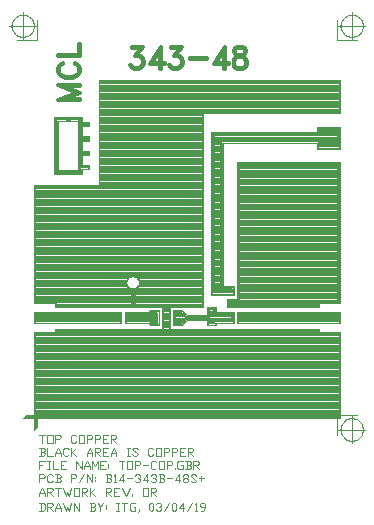
<source format=gbr>
G75*
%IPPOS*%
%FSLAX24Y24*%
%MOIN*%
%ADD10C,0.00100*%
%ADD11C,0.00200*%
%ADD12C,0.00400*%
%ADD13C,0.00800*%
%ADD14C,0.01500*%
%ADD15C,0.02500*%
%ADD16C,0.04000*%
%ADD17C,0.40000*%
%ADD18C,0.20000*%
%ADD19C,0.13838*%
%ADD20C,0.11515*%
%ADD21C,0.09600*%
%ADD22C,0.03800*%
%ADD23C,0.08000*%
%ADD24C,0.12600*%
%ADD25C,0.01300*%
%ADD26C,0.04000*%
%LNGB-TCOP*%
%LPD*%
G54D10*
X-388Y-5D02*
X-483Y-108D01*
X-108D01*
Y-483D01*
X-5Y-388D01*
Y-5D01*
X-388D01*
X-461Y-98D02*
X-483Y-108D01*
X-98Y-461D02*
X-108Y-483D01*
G54D11*
X-384Y-15D02*
X-461Y-98D01*
X-98D01*
Y-461D01*
X-15Y-384D01*
Y-15D01*
X-384D01*
X-415Y-78D02*
X-461Y-98D01*
X-78Y-415D02*
X-98Y-461D01*
G54D12*
X-375Y-35D02*
X-415Y-78D01*
X-78D01*
Y-415D01*
X-35Y-375D01*
Y-35D01*
X-375D01*
X-225Y-35D02*
Y-78D01*
X-263D02*
Y-35D01*
X-301D02*
Y-78D01*
X-339D02*
Y-35D01*
X-377Y-37D02*
Y-78D01*
X-187D02*
Y-35D01*
X-149D02*
Y-78D01*
X-111D02*
Y-35D01*
X-73D02*
Y-410D01*
G54D10*
X-388Y-5D02*
X-483Y-108D01*
X-108D01*
Y-483D01*
X-5Y-388D01*
Y-5D01*
X-388D01*
X-484Y13354D02*
X-543Y13349D01*
X-600Y13335D01*
X-654Y13313D01*
X-704Y13282D01*
X-749Y13244D01*
X-787Y13199D01*
X-818Y13149D01*
X-841Y13095D01*
X-854Y13037D01*
X-859Y12979D01*
D02*
X-854Y12920D01*
X-841Y12863D01*
X-818Y12808D01*
X-787Y12758D01*
X-749Y12713D01*
X-704Y12675D01*
X-654Y12644D01*
X-600Y12622D01*
X-543Y12608D01*
X-484Y12604D01*
Y12979D02*
X-937D01*
X-484Y12604D02*
X-425Y12608D01*
X-368Y12622D01*
X-314Y12644D01*
X-263Y12675D01*
X-219Y12713D01*
X-181Y12758D01*
X-150Y12808D01*
X-127Y12863D01*
X-114Y12920D01*
X-109Y12979D01*
X-484D02*
Y12526D01*
X0Y12500D02*
Y13172D01*
Y12500D02*
X-672D01*
X-109Y12979D02*
X-114Y13037D01*
X-127Y13095D01*
X-150Y13149D01*
X-181Y13199D01*
X-219Y13244D01*
X-263Y13282D01*
X-314Y13313D01*
X-368Y13335D01*
X-425Y13349D01*
X-484Y13354D01*
Y12979D02*
X-31D01*
X-484D02*
Y13432D01*
G54D12*
X71Y-2240D02*
Y-1975D01*
X204D01*
X248Y-2019D01*
Y-2063D01*
X204Y-2108D01*
X71D01*
X513Y-2196D02*
X469Y-2240D01*
X381D01*
X336Y-2196D01*
Y-2019D01*
X381Y-1975D01*
X469D01*
X513Y-2019D01*
X602Y-2240D02*
X734D01*
X779Y-2196D01*
Y-2152D01*
X734Y-2108D01*
X646D01*
X734D02*
X779Y-2063D01*
Y-2019D01*
X734Y-1975D01*
X602D01*
X646D02*
Y-2240D01*
X1133D02*
Y-1975D01*
X1265D01*
X1309Y-2019D01*
Y-2063D01*
X1265Y-2108D01*
X1133D01*
X1398Y-2240D02*
X1575Y-1975D01*
X1663Y-2240D02*
Y-1975D01*
X1840Y-2240D01*
Y-1975D01*
X1929Y-2063D02*
Y-2108D01*
Y-2152D02*
Y-2196D01*
X2283Y-2240D02*
X2415D01*
X2460Y-2196D01*
Y-2152D01*
X2415Y-2108D01*
X2327D01*
X2415D02*
X2460Y-2063D01*
Y-2019D01*
X2415Y-1975D01*
X2283D01*
X2327D02*
Y-2240D01*
X2548Y-2019D02*
X2592Y-1975D01*
Y-2240D01*
X2548D02*
X2637D01*
X2902Y-2152D02*
X2725D01*
X2858Y-1975D01*
Y-2240D01*
X2990Y-2108D02*
X3167D01*
X3256Y-2019D02*
X3300Y-1975D01*
X3389D01*
X3433Y-2019D01*
Y-2063D01*
X3389Y-2108D01*
X3344D01*
X3389D02*
X3433Y-2152D01*
Y-2196D01*
X3389Y-2240D01*
X3300D01*
X3256Y-2196D01*
X3698Y-2152D02*
X3521D01*
X3654Y-1975D01*
Y-2240D01*
X3787Y-2019D02*
X3831Y-1975D01*
X3919D01*
X3964Y-2019D01*
Y-2063D01*
X3919Y-2108D01*
X3875D01*
X3919D02*
X3964Y-2152D01*
Y-2196D01*
X3919Y-2240D01*
X3831D01*
X3787Y-2196D01*
X4052Y-2240D02*
X4185D01*
X4229Y-2196D01*
Y-2152D01*
X4185Y-2108D01*
X4096D01*
X4185D02*
X4229Y-2063D01*
Y-2019D01*
X4185Y-1975D01*
X4052D01*
X4096D02*
Y-2240D01*
X4318Y-2108D02*
X4495D01*
X4760Y-2152D02*
X4583D01*
X4716Y-1975D01*
Y-2240D01*
X4893D02*
X4848Y-2196D01*
Y-2152D01*
X4893Y-2108D01*
X4981D01*
X5025Y-2063D01*
Y-2019D01*
X4981Y-1975D01*
X4893D01*
X4848Y-2019D01*
Y-2063D01*
X4893Y-2108D01*
X4981D02*
X5025Y-2152D01*
Y-2196D01*
X4981Y-2240D01*
X4893D01*
X5114Y-2196D02*
X5158Y-2240D01*
X5247D01*
X5291Y-2196D01*
X5114Y-2019D01*
X5158Y-1975D01*
X5247D01*
X5291Y-2019D01*
X5468Y-2196D02*
Y-2019D01*
X5556Y-2108D02*
X5379D01*
X71Y-3181D02*
X204D01*
X248Y-3137D01*
Y-2960D01*
X204Y-2916D01*
X71D01*
X115D02*
Y-3181D01*
X336D02*
Y-2916D01*
X469D01*
X513Y-2960D01*
Y-3004D01*
X469Y-3048D01*
X336D01*
X381D02*
X513Y-3181D01*
X602D02*
Y-3093D01*
X690Y-2916D01*
X779Y-3093D01*
Y-3181D01*
X602Y-3093D02*
X779D01*
X867Y-2916D02*
X956Y-3181D01*
X1000Y-3048D01*
X1044Y-3181D01*
X1133Y-2916D01*
X1221Y-3181D02*
Y-2916D01*
X1398Y-3181D01*
Y-2916D01*
X1752Y-3181D02*
X1885D01*
X1929Y-3137D01*
Y-3093D01*
X1885Y-3048D01*
X1796D01*
X1885D02*
X1929Y-3004D01*
Y-2960D01*
X1885Y-2916D01*
X1752D01*
X1796D02*
Y-3181D01*
X2017Y-2916D02*
X2106Y-3048D01*
Y-3181D01*
Y-3048D02*
X2194Y-2916D01*
X2283Y-3004D02*
Y-3048D01*
Y-3093D02*
Y-3137D01*
X2637Y-2916D02*
X2725D01*
X2681D02*
Y-3181D01*
X2637D02*
X2725D01*
X2814Y-2916D02*
X2990D01*
X2902D02*
Y-3181D01*
X3212Y-3048D02*
X3256D01*
Y-3181D01*
X3123D01*
X3079Y-3137D01*
Y-2960D01*
X3123Y-2916D01*
X3256D01*
X3389Y-3137D02*
Y-3181D01*
X3344Y-3225D01*
X3787Y-3181D02*
X3743Y-3137D01*
Y-2960D01*
X3787Y-2916D01*
X3831D01*
X3875Y-2960D01*
Y-3137D01*
X3831Y-3181D01*
X3787D01*
X3964Y-2960D02*
X4008Y-2916D01*
X4096D01*
X4141Y-2960D01*
Y-3004D01*
X4096Y-3048D01*
X4052D01*
X4096D02*
X4141Y-3093D01*
Y-3137D01*
X4096Y-3181D01*
X4008D01*
X3964Y-3137D01*
X4229Y-3181D02*
X4406Y-2916D01*
X4539Y-3181D02*
X4495Y-3137D01*
Y-2960D01*
X4539Y-2916D01*
X4583D01*
X4627Y-2960D01*
Y-3137D01*
X4583Y-3181D01*
X4539D01*
X4893Y-3093D02*
X4716D01*
X4848Y-2916D01*
Y-3181D01*
X4981D02*
X5158Y-2916D01*
X5247Y-2960D02*
X5291Y-2916D01*
Y-3181D01*
X5247D02*
X5335D01*
X5468D02*
X5512D01*
X5600Y-3093D01*
Y-2960D01*
X5556Y-2916D01*
X5468D01*
X5424Y-2960D01*
Y-3004D01*
X5468Y-3048D01*
X5600D01*
X71Y-1798D02*
Y-1533D01*
X248D01*
X71Y-1665D02*
X159D01*
X336Y-1533D02*
X425D01*
X381D02*
Y-1798D01*
X336D02*
X425D01*
X513Y-1533D02*
Y-1798D01*
X690D01*
X779D02*
Y-1533D01*
X956D01*
X779Y-1665D02*
X867D01*
X779Y-1798D02*
X956D01*
X1309D02*
Y-1533D01*
X1486Y-1798D01*
Y-1533D01*
X1575Y-1798D02*
Y-1709D01*
X1663Y-1533D01*
X1752Y-1709D01*
Y-1798D01*
X1575Y-1709D02*
X1752D01*
X1840Y-1798D02*
Y-1533D01*
X1929Y-1709D01*
X2017Y-1533D01*
Y-1798D01*
X2106D02*
Y-1533D01*
X2283D01*
X2106Y-1665D02*
X2194D01*
X2106Y-1798D02*
X2283D01*
X2371Y-1621D02*
Y-1665D01*
Y-1709D02*
Y-1754D01*
X2725Y-1533D02*
X2902D01*
X2814D02*
Y-1798D01*
X2990D02*
Y-1533D01*
X3167D01*
Y-1798D01*
X2990D01*
X3256D02*
Y-1533D01*
X3389D01*
X3433Y-1577D01*
Y-1621D01*
X3389Y-1665D01*
X3256D01*
X3521D02*
X3698D01*
X3964Y-1754D02*
X3919Y-1798D01*
X3831D01*
X3787Y-1754D01*
Y-1577D01*
X3831Y-1533D01*
X3919D01*
X3964Y-1577D01*
X4052Y-1798D02*
Y-1533D01*
X4229D01*
Y-1798D01*
X4052D01*
X4318D02*
Y-1533D01*
X4450D01*
X4495Y-1577D01*
Y-1621D01*
X4450Y-1665D01*
X4318D01*
X4583Y-1798D02*
Y-1754D01*
X4804Y-1665D02*
X4848D01*
Y-1798D01*
X4716D01*
X4671Y-1754D01*
Y-1577D01*
X4716Y-1533D01*
X4848D01*
X4937Y-1798D02*
X5070D01*
X5114Y-1754D01*
Y-1709D01*
X5070Y-1665D01*
X4981D01*
X5070D02*
X5114Y-1621D01*
Y-1577D01*
X5070Y-1533D01*
X4937D01*
X4981D02*
Y-1798D01*
X5202D02*
Y-1533D01*
X5335D01*
X5379Y-1577D01*
Y-1621D01*
X5335Y-1665D01*
X5202D01*
X5247D02*
X5379Y-1798D01*
X71Y-1356D02*
X204D01*
X248Y-1311D01*
Y-1267D01*
X204Y-1223D01*
X115D01*
X204D02*
X248Y-1179D01*
Y-1134D01*
X204Y-1090D01*
X71D01*
X115D02*
Y-1356D01*
X336Y-1090D02*
Y-1356D01*
X513D01*
X602D02*
Y-1267D01*
X690Y-1090D01*
X779Y-1267D01*
Y-1356D01*
X602Y-1267D02*
X779D01*
X1044Y-1311D02*
X1000Y-1356D01*
X911D01*
X867Y-1311D01*
Y-1134D01*
X911Y-1090D01*
X1000D01*
X1044Y-1134D01*
X1133Y-1356D02*
Y-1090D01*
X1309D02*
X1177Y-1223D01*
X1133D01*
X1177D02*
X1309Y-1356D01*
X1663D02*
Y-1267D01*
X1752Y-1090D01*
X1840Y-1267D01*
Y-1356D01*
X1663Y-1267D02*
X1840D01*
X1929Y-1356D02*
Y-1090D01*
X2062D01*
X2106Y-1134D01*
Y-1179D01*
X2062Y-1223D01*
X1929D01*
X1973D02*
X2106Y-1356D01*
X2194D02*
Y-1090D01*
X2371D01*
X2194Y-1223D02*
X2283D01*
X2194Y-1356D02*
X2371D01*
X2460D02*
Y-1267D01*
X2548Y-1090D01*
X2637Y-1267D01*
Y-1356D01*
X2460Y-1267D02*
X2637D01*
X2990Y-1090D02*
X3079D01*
X3035D02*
Y-1356D01*
X2990D02*
X3079D01*
X3167Y-1311D02*
X3212Y-1356D01*
X3300D01*
X3344Y-1311D01*
X3167Y-1134D01*
X3212Y-1090D01*
X3300D01*
X3344Y-1134D01*
X3875Y-1311D02*
X3831Y-1356D01*
X3743D01*
X3698Y-1311D01*
Y-1134D01*
X3743Y-1090D01*
X3831D01*
X3875Y-1134D01*
X3964Y-1356D02*
Y-1090D01*
X4141D01*
Y-1356D01*
X3964D01*
X4229D02*
Y-1090D01*
X4362D01*
X4406Y-1134D01*
Y-1179D01*
X4362Y-1223D01*
X4229D01*
X4495Y-1356D02*
Y-1090D01*
X4627D01*
X4671Y-1134D01*
Y-1179D01*
X4627Y-1223D01*
X4495D01*
X4760Y-1356D02*
Y-1090D01*
X4937D01*
X4760Y-1223D02*
X4848D01*
X4760Y-1356D02*
X4937D01*
X5025D02*
Y-1090D01*
X5158D01*
X5202Y-1134D01*
Y-1179D01*
X5158Y-1223D01*
X5025D01*
X5070D02*
X5202Y-1356D01*
X71Y-648D02*
X248D01*
X159D02*
Y-913D01*
X336D02*
Y-648D01*
X513D01*
Y-913D01*
X336D01*
X602D02*
Y-648D01*
X734D01*
X779Y-692D01*
Y-736D01*
X734Y-781D01*
X602D01*
X1309Y-869D02*
X1265Y-913D01*
X1177D01*
X1133Y-869D01*
Y-692D01*
X1177Y-648D01*
X1265D01*
X1309Y-692D01*
X1398Y-913D02*
Y-648D01*
X1575D01*
Y-913D01*
X1398D01*
X1663D02*
Y-648D01*
X1796D01*
X1840Y-692D01*
Y-736D01*
X1796Y-781D01*
X1663D01*
X1929Y-913D02*
Y-648D01*
X2062D01*
X2106Y-692D01*
Y-736D01*
X2062Y-781D01*
X1929D01*
X2194Y-913D02*
Y-648D01*
X2371D01*
X2194Y-781D02*
X2283D01*
X2194Y-913D02*
X2371D01*
X2460D02*
Y-648D01*
X2592D01*
X2637Y-692D01*
Y-736D01*
X2592Y-781D01*
X2460D01*
X2504D02*
X2637Y-913D01*
X71Y-2687D02*
Y-2598D01*
X159Y-2421D01*
X248Y-2598D01*
Y-2687D01*
X71Y-2598D02*
X248D01*
X336Y-2687D02*
Y-2421D01*
X469D01*
X513Y-2466D01*
Y-2510D01*
X469Y-2554D01*
X336D01*
X381D02*
X513Y-2687D01*
X602Y-2421D02*
X779D01*
X690D02*
Y-2687D01*
X867Y-2421D02*
X956Y-2687D01*
X1000Y-2554D01*
X1044Y-2687D01*
X1133Y-2421D01*
X1221Y-2687D02*
Y-2421D01*
X1398D01*
Y-2687D01*
X1221D01*
X1486D02*
Y-2421D01*
X1619D01*
X1663Y-2466D01*
Y-2510D01*
X1619Y-2554D01*
X1486D01*
X1531D02*
X1663Y-2687D01*
X1752D02*
Y-2421D01*
X1929D02*
X1796Y-2554D01*
X1752D01*
X1796D02*
X1929Y-2687D01*
X2283D02*
Y-2421D01*
X2415D01*
X2460Y-2466D01*
Y-2510D01*
X2415Y-2554D01*
X2283D01*
X2327D02*
X2460Y-2687D01*
X2548D02*
Y-2421D01*
X2725D01*
X2548Y-2554D02*
X2637D01*
X2548Y-2687D02*
X2725D01*
X2814Y-2421D02*
X2946Y-2687D01*
X3079Y-2421D01*
X3167Y-2687D02*
Y-2643D01*
X3521Y-2687D02*
Y-2421D01*
X3698D01*
Y-2687D01*
X3521D01*
X3787D02*
Y-2421D01*
X3919D01*
X3964Y-2466D01*
Y-2510D01*
X3919Y-2554D01*
X3787D01*
X3831D02*
X3964Y-2687D01*
G54D10*
X10484Y13354D02*
X10543Y13349D01*
X10600Y13335D01*
X10654Y13313D01*
X10704Y13282D01*
X10749Y13244D01*
X10787Y13199D01*
X10818Y13149D01*
X10841Y13095D01*
X10854Y13037D01*
X10859Y12979D01*
D02*
X10854Y12920D01*
X10841Y12863D01*
X10818Y12808D01*
X10787Y12758D01*
X10749Y12713D01*
X10704Y12675D01*
X10654Y12644D01*
X10600Y12622D01*
X10543Y12608D01*
X10484Y12604D01*
Y12979D02*
X10937D01*
X10484Y12604D02*
X10425Y12608D01*
X10368Y12622D01*
X10314Y12644D01*
X10263Y12675D01*
X10219Y12713D01*
X10181Y12758D01*
X10150Y12808D01*
X10127Y12863D01*
X10114Y12920D01*
X10109Y12979D01*
X10484D02*
Y12526D01*
X10000Y12500D02*
Y13172D01*
Y12500D02*
X10672D01*
X10109Y12979D02*
X10114Y13037D01*
X10127Y13095D01*
X10150Y13149D01*
X10181Y13199D01*
X10219Y13244D01*
X10263Y13282D01*
X10314Y13313D01*
X10368Y13335D01*
X10425Y13349D01*
X10484Y13354D01*
Y12979D02*
X10031D01*
X10484D02*
Y13432D01*
Y-854D02*
X10543Y-849D01*
X10600Y-835D01*
X10654Y-813D01*
X10704Y-782D01*
X10749Y-744D01*
X10787Y-699D01*
X10818Y-649D01*
X10841Y-595D01*
X10854Y-537D01*
X10859Y-479D01*
D02*
X10854Y-420D01*
X10841Y-363D01*
X10818Y-308D01*
X10787Y-258D01*
X10749Y-213D01*
X10704Y-175D01*
X10654Y-144D01*
X10600Y-122D01*
X10543Y-108D01*
X10484Y-104D01*
Y-479D02*
X10937D01*
X10484Y-104D02*
X10425Y-108D01*
X10368Y-122D01*
X10314Y-144D01*
X10263Y-175D01*
X10219Y-213D01*
X10181Y-258D01*
X10150Y-308D01*
X10127Y-363D01*
X10114Y-420D01*
X10109Y-479D01*
X10484D02*
Y-26D01*
X10000Y0D02*
Y-672D01*
Y0D02*
X10672D01*
X10109Y-479D02*
X10114Y-537D01*
X10127Y-595D01*
X10150Y-649D01*
X10181Y-699D01*
X10219Y-744D01*
X10263Y-782D01*
X10314Y-813D01*
X10368Y-835D01*
X10425Y-849D01*
X10484Y-854D01*
Y-479D02*
X10031D01*
X10484D02*
Y-932D01*
G54D25*
X682Y10491D02*
X1432D01*
X860Y10523D02*
X1432D01*
Y10491D01*
X860Y10523D02*
X1432Y10753D01*
X682Y10491D02*
X1325Y10753D01*
X682Y11016D02*
X1325Y10753D01*
X860Y10983D02*
X1432Y10753D01*
X860Y10983D02*
X1432D01*
Y11016D01*
X682D02*
X1432D01*
X860Y11739D02*
X789Y11706D01*
X718Y11641D01*
X682Y11575D01*
Y11443D01*
X718Y11378D01*
X789Y11312D01*
X860Y11279D01*
X968Y11246D01*
X1146D01*
X1253Y11279D01*
X1325Y11312D01*
X1396Y11378D01*
X1432Y11443D01*
Y11575D01*
X1396Y11641D01*
X1325Y11706D01*
X1253Y11739D01*
X860D02*
Y11706D01*
X789Y11673D01*
X753Y11641D01*
X718Y11575D01*
Y11443D01*
X753Y11378D01*
X860Y11312D01*
X968Y11279D01*
X1146D01*
X1253Y11312D01*
X1360Y11378D01*
X1396Y11443D01*
Y11575D01*
X1360Y11641D01*
X1325Y11673D01*
X1253Y11706D01*
Y11739D01*
X682Y11969D02*
X1432D01*
X682D02*
Y12002D01*
X1396D01*
D02*
Y12363D01*
X1432D01*
Y11969D02*
Y12363D01*
X3160Y12285D02*
X3521D01*
X3291Y11964D01*
X3160Y12285D02*
Y12249D01*
X3489D01*
Y12285D02*
X3259Y11964D01*
X3291Y11999D02*
X3357D01*
X3456Y11964D01*
X3521Y11892D01*
X3554Y11785D01*
Y11749D01*
X3521Y11642D01*
X3456Y11571D01*
X3357Y11535D01*
X3259D01*
X3160Y11571D01*
X3127Y11607D01*
X3094Y11678D01*
X3127D01*
X3259Y11964D02*
X3357D01*
X3456Y11928D01*
X3521Y11821D01*
X3390Y11964D02*
X3489Y11892D01*
X3521Y11785D01*
Y11749D01*
X3489Y11642D01*
X3390Y11571D01*
X3521Y11714D02*
X3456Y11607D01*
X3357Y11571D01*
X3259D01*
X3160Y11607D01*
X3127Y11678D01*
X3226Y11571D02*
X3127Y11642D01*
X4080Y12178D02*
Y11535D01*
X4113D01*
Y12285D02*
Y11535D01*
Y12285D02*
X3751Y11714D01*
X4244D01*
X4080Y12178D02*
X3784Y11714D01*
Y11749D02*
X4244D01*
Y11714D01*
X4474Y12285D02*
X4836D01*
X4606Y11964D01*
X4474Y12285D02*
Y12249D01*
X4803D01*
Y12285D02*
X4573Y11964D01*
X4606Y11999D02*
X4671D01*
X4770Y11964D01*
X4836Y11892D01*
X4869Y11785D01*
Y11749D01*
X4836Y11642D01*
X4770Y11571D01*
X4671Y11535D01*
X4573D01*
X4474Y11571D01*
X4441Y11607D01*
X4409Y11678D01*
X4441D01*
X4573Y11964D02*
X4671D01*
X4770Y11928D01*
X4836Y11821D01*
X4704Y11964D02*
X4803Y11892D01*
X4836Y11785D01*
Y11749D01*
X4803Y11642D01*
X4704Y11571D01*
X4836Y11714D02*
X4770Y11607D01*
X4671Y11571D01*
X4573D01*
X4474Y11607D01*
X4441Y11678D01*
X4540Y11571D02*
X4441Y11642D01*
X5099Y11892D02*
X5657D01*
Y11857D01*
X5099Y11892D02*
Y11857D01*
X5657D01*
X6216Y12178D02*
Y11535D01*
X6249D01*
Y12285D02*
Y11535D01*
Y12285D02*
X5887Y11714D01*
X6380D01*
X6216Y12178D02*
X5920Y11714D01*
Y11749D02*
X6380D01*
Y11714D01*
X6709Y12285D02*
X6610Y12249D01*
X6577Y12178D01*
Y12107D01*
X6610Y12035D01*
X6643Y11999D01*
X6709Y11964D01*
X6840Y11928D01*
X6906Y11892D01*
X6939Y11857D01*
X6971Y11785D01*
Y11678D01*
X6939Y11607D01*
X6840Y11571D01*
X6709D01*
X6610Y11607D01*
X6577Y11678D01*
Y11785D01*
X6610Y11857D01*
X6643Y11892D01*
X6709Y11928D01*
X6840Y11964D01*
X6906Y11999D01*
X6939Y12035D01*
X6971Y12107D01*
Y12178D01*
X6939Y12249D01*
X6840Y12285D01*
X6709D01*
X6643Y12249D02*
X6610Y12178D01*
Y12107D01*
X6643Y12035D01*
X6709Y11999D01*
X6840Y11964D01*
X6906Y11928D01*
X6971Y11857D01*
X7004Y11785D01*
Y11678D01*
X6971Y11607D01*
X6939Y11571D01*
X6840Y11535D01*
X6709D01*
X6610Y11571D01*
X6577Y11607D01*
X6544Y11678D01*
Y11785D01*
X6577Y11857D01*
X6643Y11928D01*
X6709Y11964D01*
X6840Y11999D01*
X6906Y12035D01*
X6939Y12107D01*
Y12178D01*
X6906Y12249D01*
X6939Y12214D02*
X6840Y12249D01*
X6709D01*
X6610Y12214D01*
X6577Y11642D02*
X6676Y11571D01*
X6873D02*
X6971Y11642D01*
G54D10*
X1002Y9934D02*
X550D01*
Y8031D01*
X1494D01*
Y8191D01*
X1737D01*
Y8335D01*
X1494D01*
Y8671D01*
X1737D01*
Y8815D01*
X1494D01*
Y9151D01*
X1737D01*
Y9295D01*
X1494D01*
Y9630D01*
X1737D01*
Y9774D01*
X1494D01*
Y9934D01*
X1053D01*
Y9790D01*
X1317D01*
X1350Y9757D01*
Y8175D01*
X694D01*
Y9790D01*
X1002D01*
Y9934D01*
G54D11*
X992Y9924D02*
X560D01*
Y8041D01*
X1484D01*
Y8201D01*
X1727D01*
Y8325D01*
X1484D01*
Y8681D01*
X1727D01*
Y8805D01*
X1484D01*
Y9161D01*
X1727D01*
Y9285D01*
X1484D01*
Y9640D01*
X1727D01*
Y9764D01*
X1484D01*
Y9924D01*
X1063D01*
Y9800D01*
X1321D01*
X1360Y9762D01*
Y8165D01*
X684D01*
Y9800D01*
X992D01*
Y9924D01*
G54D12*
X972Y9904D02*
X580D01*
Y8061D01*
X1464D01*
Y8221D01*
X1707D01*
Y8305D01*
X1464D01*
Y8701D01*
X1707D01*
Y8785D01*
X1464D01*
Y9181D01*
X1707D01*
Y9265D01*
X1464D01*
Y9660D01*
X1707D01*
Y9744D01*
X1464D01*
Y9904D01*
X1083D01*
Y9820D01*
X1329D01*
X1380Y9770D01*
Y8145D01*
X664D01*
Y9820D01*
X972D01*
Y9904D01*
G54D13*
X932Y9864D02*
X620D01*
Y8101D01*
X1424D01*
Y8261D01*
X1667D01*
Y8265D01*
X1424D01*
Y8741D01*
X1667D01*
Y8745D01*
X1424D01*
Y9221D01*
X1667D01*
Y9225D01*
X1424D01*
Y9700D01*
X1667D01*
Y9704D01*
X1424D01*
Y9864D01*
X1123D01*
Y9860D01*
X1346D01*
X1420Y9786D01*
Y8105D01*
X624D01*
Y9860D01*
X932D01*
Y9864D01*
X1424Y8261D02*
Y8265D01*
Y8741D02*
Y8745D01*
Y9221D02*
Y9225D01*
Y9700D02*
Y9704D01*
X1349Y9861D02*
X1421Y9864D01*
X624Y9860D02*
X620Y9864D01*
G54D10*
X1002Y9934D02*
X550D01*
Y8031D01*
X1494D01*
Y8191D01*
X1737D01*
Y8335D01*
X1494D01*
Y8671D01*
X1737D01*
Y8815D01*
X1494D01*
Y9151D01*
X1737D01*
Y9295D01*
X1494D01*
Y9630D01*
X1737D01*
Y9774D01*
X1494D01*
Y9934D01*
X1053D01*
Y9790D01*
X1317D01*
X1350Y9757D01*
Y8175D01*
X694D01*
Y9790D01*
X1002D01*
Y9934D01*
X1012Y9790D02*
X1043D01*
Y9934D01*
X1012D01*
Y9790D01*
G54D11*
X1022Y9800D02*
X1033D01*
Y9924D01*
X1022D01*
Y9800D01*
X1028Y9924D02*
Y9800D01*
G54D10*
X1012Y9790D02*
X1043D01*
Y9934D01*
X1012D01*
Y9790D01*
X2806Y3445D02*
X-95D01*
Y3055D01*
X2806D01*
Y3445D01*
G54D11*
X2796Y3435D02*
X-85D01*
Y3065D01*
X2796D01*
Y3435D01*
G54D12*
X2776Y3415D02*
X-65D01*
Y3085D01*
X2776D01*
Y3415D01*
G54D13*
X2736Y3375D02*
X-25D01*
Y3125D01*
X2736D01*
Y3375D01*
G54D14*
X2661Y3300D02*
X50D01*
Y3200D01*
X2661D01*
Y3300D01*
X2661Y3250D02*
X50D01*
G54D10*
X2806Y3445D02*
X-95D01*
Y3055D01*
X2806D01*
Y3445D01*
X6548D02*
X5948D01*
Y3605D01*
X5648D01*
Y3335D01*
X4984D01*
X4827Y3491D01*
X4520D01*
Y3009D01*
X4827D01*
X4984Y3165D01*
X5648D01*
Y2990D01*
X5948D01*
Y3055D01*
X6548D01*
Y3445D01*
G54D11*
X6538Y3435D02*
X5938D01*
Y3595D01*
X5658D01*
Y3325D01*
X4979D01*
X4823Y3481D01*
X4530D01*
Y3019D01*
X4823D01*
X4979Y3175D01*
X5658D01*
Y3000D01*
X5938D01*
Y3065D01*
X6538D01*
Y3435D01*
G54D12*
X6518Y3415D02*
X5918D01*
Y3575D01*
X5678D01*
Y3305D01*
X4971D01*
X4815Y3461D01*
X4550D01*
Y3039D01*
X4815D01*
X4971Y3195D01*
X5678D01*
Y3020D01*
X5918D01*
Y3085D01*
X6518D01*
Y3415D01*
G54D13*
X6478Y3375D02*
X5878D01*
Y3535D01*
X5718D01*
Y3265D01*
X4955D01*
X4798Y3421D01*
X4590D01*
Y3079D01*
X4798D01*
X4955Y3235D01*
X5718D01*
Y3060D01*
X5878D01*
Y3125D01*
X6478D01*
Y3375D01*
X4922Y3297D02*
X4590D01*
X5718D02*
X6478D01*
X4846Y3373D02*
X4590D01*
X5718D02*
X6478D01*
X5878Y3449D02*
X5718D01*
Y3525D02*
X5878D01*
X4941Y3221D02*
X4590D01*
X5718D02*
X6478D01*
X4865Y3145D02*
X4590D01*
X5718D02*
X6478D01*
X5878Y3069D02*
X5718D01*
G54D10*
X6548Y3445D02*
X5948D01*
Y3605D01*
X5648D01*
Y3335D01*
X4984D01*
X4827Y3491D01*
X4520D01*
Y3009D01*
X4827D01*
X4984Y3165D01*
X5648D01*
Y2990D01*
X5948D01*
Y3055D01*
X6548D01*
Y3445D01*
X4077Y3009D02*
Y3491D01*
X3769D01*
X3723Y3445D01*
X2914D01*
Y3055D01*
X3723D01*
X3769Y3009D01*
X4077D01*
G54D11*
X4067Y3019D02*
Y3481D01*
X3773D01*
X3727Y3435D01*
X2924D01*
Y3065D01*
X3727D01*
X3773Y3019D01*
X4067D01*
G54D12*
X4047Y3039D02*
Y3461D01*
X3781D01*
X3735Y3415D01*
X2944D01*
Y3085D01*
X3735D01*
X3781Y3039D01*
X4047D01*
G54D13*
X4007Y3079D02*
Y3421D01*
X3798D01*
X3752Y3375D01*
X2984D01*
Y3125D01*
X3752D01*
X3798Y3079D01*
X4007D01*
G54D14*
X3932Y3154D02*
Y3346D01*
X3829D01*
X3783Y3300D01*
X3059D01*
Y3200D01*
X3783D01*
X3829Y3154D01*
X3932D01*
X3842Y3242D02*
X3872Y3212D01*
X3932Y3250D02*
X3834D01*
X3798Y3316D02*
X3932D01*
X3783Y3200D02*
Y3300D01*
X3857Y3227D02*
X3783D01*
X3821Y3161D02*
X3924D01*
X3932Y3250D02*
X3059D01*
G54D10*
X4077Y3009D02*
Y3491D01*
X3769D01*
X3723Y3445D01*
X2914D01*
Y3055D01*
X3723D01*
X3769Y3009D01*
X4077D01*
X6657Y3445D02*
Y3055D01*
X10095D01*
Y3445D01*
X6657D01*
G54D11*
X6667Y3435D02*
Y3065D01*
X10085D01*
Y3435D01*
X6667D01*
G54D12*
X6687Y3415D02*
Y3085D01*
X10065D01*
Y3415D01*
X6687D01*
G54D13*
X6727Y3375D02*
Y3125D01*
X10025D01*
Y3375D01*
X6727D01*
G54D14*
X6802Y3300D02*
Y3200D01*
X9950D01*
Y3300D01*
X6802D01*
X9950Y3250D02*
X6802D01*
G54D10*
X6657Y3445D02*
Y3055D01*
X10095D01*
Y3445D01*
X6657D01*
X5808Y4020D02*
X6550D01*
Y4290D01*
X6198D01*
Y9055D01*
X9316D01*
Y8885D01*
X10095D01*
Y9615D01*
X9316D01*
Y9445D01*
X5808D01*
Y4020D01*
G54D11*
X5818Y4030D02*
X6540D01*
Y4280D01*
X6188D01*
Y9065D01*
X9326D01*
Y8895D01*
X10085D01*
Y9605D01*
X9326D01*
Y9435D01*
X5818D01*
Y4030D01*
G54D12*
X5838Y4050D02*
X6520D01*
Y4260D01*
X6168D01*
Y9085D01*
X9346D01*
Y8915D01*
X10065D01*
Y9585D01*
X9346D01*
Y9415D01*
X5838D01*
Y4050D01*
G54D13*
X5878Y4090D02*
X6480D01*
Y4220D01*
X6128D01*
Y9125D01*
X9386D01*
Y8955D01*
X10025D01*
Y9545D01*
X9386D01*
Y9375D01*
X5878D01*
Y4090D01*
X6128Y6818D02*
X5878D01*
Y6894D02*
X6128D01*
Y6970D02*
X5878D01*
Y7046D02*
X6128D01*
Y7122D02*
X5878D01*
Y7198D02*
X6128D01*
Y7274D02*
X5878D01*
Y7350D02*
X6128D01*
Y7426D02*
X5878D01*
Y7502D02*
X6128D01*
Y7578D02*
X5878D01*
Y7654D02*
X6128D01*
Y7730D02*
X5878D01*
Y7806D02*
X6128D01*
Y7882D02*
X5878D01*
Y7958D02*
X6128D01*
Y8034D02*
X5878D01*
Y8110D02*
X6128D01*
Y8186D02*
X5878D01*
Y8262D02*
X6128D01*
Y8338D02*
X5878D01*
Y8414D02*
X6128D01*
Y8490D02*
X5878D01*
Y8566D02*
X6128D01*
Y8642D02*
X5878D01*
Y8718D02*
X6128D01*
Y8794D02*
X5878D01*
Y8870D02*
X6128D01*
Y8946D02*
X5878D01*
Y9022D02*
X6128D01*
X9386D02*
X10025D01*
X6128Y9098D02*
X5878D01*
X9386D02*
X10025D01*
Y9174D02*
X5878D01*
Y9250D02*
X10025D01*
Y9326D02*
X5878D01*
X9386Y9402D02*
X10025D01*
Y9478D02*
X9386D01*
X6128Y6742D02*
X5878D01*
Y6666D02*
X6128D01*
Y6590D02*
X5878D01*
Y6514D02*
X6128D01*
Y6438D02*
X5878D01*
Y6362D02*
X6128D01*
Y6286D02*
X5878D01*
Y6210D02*
X6128D01*
Y6134D02*
X5878D01*
Y6058D02*
X6128D01*
Y5982D02*
X5878D01*
Y5906D02*
X6128D01*
Y5830D02*
X5878D01*
Y5754D02*
X6128D01*
Y5678D02*
X5878D01*
Y5602D02*
X6128D01*
Y5526D02*
X5878D01*
Y5450D02*
X6128D01*
Y5374D02*
X5878D01*
Y5298D02*
X6128D01*
Y5222D02*
X5878D01*
Y5146D02*
X6128D01*
Y5070D02*
X5878D01*
Y4994D02*
X6128D01*
Y4918D02*
X5878D01*
Y4842D02*
X6128D01*
Y4766D02*
X5878D01*
Y4690D02*
X6128D01*
Y4614D02*
X5878D01*
Y4538D02*
X6128D01*
Y4462D02*
X5878D01*
Y4386D02*
X6128D01*
Y4310D02*
X5878D01*
Y4234D02*
X6128D01*
X5878Y4158D02*
X6480D01*
G54D10*
X5808Y4020D02*
X6550D01*
Y4290D01*
X6198D01*
Y9055D01*
X9316D01*
Y8885D01*
X10095D01*
Y9615D01*
X9316D01*
Y9445D01*
X5808D01*
Y4020D01*
X10095Y8435D02*
X6658D01*
Y3865D01*
X6331D01*
Y3615D01*
X9395D01*
Y3745D01*
X10095D01*
Y8435D01*
G54D11*
X10085Y8425D02*
X6668D01*
Y3855D01*
X6341D01*
Y3625D01*
X9385D01*
Y3755D01*
X10085D01*
Y8425D01*
G54D12*
X10065Y8405D02*
X6688D01*
Y3835D01*
X6361D01*
Y3645D01*
X9365D01*
Y3775D01*
X10065D01*
Y8405D01*
G54D13*
X10025Y8365D02*
X6728D01*
Y3795D01*
X6401D01*
Y3685D01*
X9325D01*
Y3815D01*
X10025D01*
Y8365D01*
X10025Y6025D02*
X6728D01*
Y6101D02*
X10025D01*
Y6177D02*
X6728D01*
Y6253D02*
X10025D01*
Y6329D02*
X6728D01*
Y6405D02*
X10025D01*
Y6481D02*
X6728D01*
Y6557D02*
X10025D01*
Y6633D02*
X6728D01*
Y6709D02*
X10025D01*
Y6785D02*
X6728D01*
Y6861D02*
X10025D01*
Y6937D02*
X6728D01*
Y7013D02*
X10025D01*
Y7089D02*
X6728D01*
Y7165D02*
X10025D01*
Y7241D02*
X6728D01*
Y7317D02*
X10025D01*
Y7393D02*
X6728D01*
Y7469D02*
X10025D01*
Y7545D02*
X6728D01*
Y7621D02*
X10025D01*
Y7697D02*
X6728D01*
Y7773D02*
X10025D01*
Y7849D02*
X6728D01*
Y7925D02*
X10025D01*
Y8001D02*
X6728D01*
Y8077D02*
X10025D01*
Y8153D02*
X6728D01*
Y8229D02*
X10025D01*
Y8305D02*
X6728D01*
Y5949D02*
X10025D01*
Y5873D02*
X6728D01*
Y5797D02*
X10025D01*
Y5721D02*
X6728D01*
Y5645D02*
X10025D01*
Y5569D02*
X6728D01*
Y5493D02*
X10025D01*
Y5417D02*
X6728D01*
Y5341D02*
X10025D01*
Y5265D02*
X6728D01*
Y5189D02*
X10025D01*
Y5113D02*
X6728D01*
Y5037D02*
X10025D01*
Y4961D02*
X6728D01*
Y4885D02*
X10025D01*
Y4809D02*
X6728D01*
Y4733D02*
X10025D01*
Y4657D02*
X6728D01*
Y4581D02*
X10025D01*
Y4505D02*
X6728D01*
Y4429D02*
X10025D01*
Y4353D02*
X6728D01*
Y4277D02*
X10025D01*
Y4201D02*
X6728D01*
Y4125D02*
X10025D01*
Y4049D02*
X6728D01*
Y3973D02*
X10025D01*
Y3897D02*
X6728D01*
Y3821D02*
X10025D01*
X9325Y3745D02*
X6401D01*
G54D10*
X10095Y8435D02*
X6658D01*
Y3865D01*
X6331D01*
Y3615D01*
X9395D01*
Y3745D01*
X10095D01*
Y8435D01*
X3146Y3615D02*
Y4223D01*
X3120Y4229D01*
X3092Y4240D01*
X3065Y4256D01*
X3041Y4275D01*
X3021Y4297D01*
X3003Y4323D01*
X2990Y4350D01*
X2981Y4380D01*
X2977Y4410D01*
Y4441D01*
X2981Y4471D01*
X2990Y4500D01*
X3004Y4528D01*
X3021Y4553D01*
X3042Y4575D01*
X3066Y4594D01*
X3093Y4610D01*
X3121Y4621D01*
X3151Y4628D01*
X3181Y4630D01*
X3212Y4627D01*
X3242Y4621D01*
X3270Y4609D01*
X3297Y4594D01*
X3321Y4575D01*
X3342Y4552D01*
X3359Y4527D01*
X3372Y4499D01*
X3381Y4470D01*
X3386Y4440D01*
Y4409D01*
X3381Y4379D01*
X3372Y4350D01*
X3359Y4322D01*
X3341Y4297D01*
X3320Y4274D01*
X3296Y4255D01*
X3270Y4240D01*
X3241Y4229D01*
X3216Y4223D01*
Y3615D01*
X3753D01*
X3769Y3600D01*
X4175D01*
Y2885D01*
X605D01*
Y2755D01*
X-95D01*
Y-95D01*
X10095D01*
Y2755D01*
X9395D01*
Y2885D01*
X4421D01*
Y3600D01*
X4827D01*
X4843Y3615D01*
X5538D01*
Y10065D01*
X10095D01*
Y11185D01*
X2047D01*
Y7675D01*
X-95D01*
Y3745D01*
X605D01*
Y3615D01*
X3146D01*
G54D11*
X3136Y3625D02*
Y4215D01*
X3116Y4220D01*
X3087Y4232D01*
X3059Y4248D01*
X3034Y4268D01*
X3012Y4292D01*
X2994Y4318D01*
X2981Y4347D01*
X2971Y4378D01*
X2967Y4410D01*
Y4442D01*
X2972Y4474D01*
X2981Y4504D01*
X2996Y4533D01*
X3014Y4560D01*
X3036Y4583D01*
X3061Y4603D01*
X3089Y4619D01*
X3119Y4631D01*
X3150Y4638D01*
X3182Y4640D01*
X3214Y4637D01*
X3246Y4630D01*
X3275Y4618D01*
X3303Y4602D01*
X3328Y4582D01*
X3350Y4558D01*
X3368Y4531D01*
X3382Y4502D01*
X3391Y4472D01*
X3396Y4440D01*
X3395Y4408D01*
X3391Y4376D01*
X3381Y4345D01*
X3367Y4316D01*
X3349Y4290D01*
X3327Y4267D01*
X3301Y4247D01*
X3274Y4231D01*
X3244Y4219D01*
X3226Y4215D01*
Y3625D01*
X3757D01*
X3773Y3610D01*
X4185D01*
Y2875D01*
X615D01*
Y2745D01*
X-85D01*
Y-85D01*
X10085D01*
Y2745D01*
X9385D01*
Y2875D01*
X4411D01*
Y3610D01*
X4823D01*
X4839Y3625D01*
X5528D01*
Y10075D01*
X10085D01*
Y11175D01*
X2057D01*
Y7665D01*
X-85D01*
Y3755D01*
X615D01*
Y3625D01*
X3136D01*
G54D12*
X3116Y3645D02*
Y4199D01*
X3109Y4201D01*
X3077Y4214D01*
X3046Y4232D01*
X3019Y4255D01*
X2996Y4281D01*
X2976Y4310D01*
X2961Y4342D01*
X2951Y4375D01*
X2947Y4410D01*
Y4445D01*
X2953Y4480D01*
X2964Y4513D01*
X2979Y4545D01*
X2999Y4573D01*
X3023Y4599D01*
X3051Y4620D01*
X3082Y4638D01*
X3114Y4650D01*
X3149Y4658D01*
X3184Y4660D01*
X3219Y4657D01*
X3253Y4648D01*
X3285Y4635D01*
X3316Y4617D01*
X3343Y4595D01*
X3366Y4569D01*
X3386Y4540D01*
X3401Y4508D01*
X3411Y4475D01*
X3416Y4440D01*
X3415Y4405D01*
X3410Y4370D01*
X3399Y4337D01*
X3383Y4305D01*
X3363Y4276D01*
X3339Y4251D01*
X3311Y4229D01*
X3281Y4212D01*
X3248Y4200D01*
X3246Y4199D01*
Y3645D01*
X3765D01*
X3781Y3630D01*
X4205D01*
Y2855D01*
X635D01*
Y2725D01*
X-65D01*
Y-65D01*
X10065D01*
Y2725D01*
X9365D01*
Y2855D01*
X4391D01*
Y3630D01*
X4815D01*
X4831Y3645D01*
X5508D01*
Y10095D01*
X10065D01*
Y11155D01*
X2077D01*
Y7645D01*
X-65D01*
Y3775D01*
X635D01*
Y3645D01*
X3116D01*
X5508Y5545D02*
X-65D01*
Y5583D02*
X5508D01*
Y5621D02*
X-65D01*
Y5659D02*
X5508D01*
Y5697D02*
X-65D01*
Y5735D02*
X5508D01*
Y5773D02*
X-65D01*
Y5811D02*
X5508D01*
Y5849D02*
X-65D01*
Y5887D02*
X5508D01*
Y5925D02*
X-65D01*
Y5963D02*
X5508D01*
Y6001D02*
X-65D01*
Y6039D02*
X5508D01*
Y6077D02*
X-65D01*
Y6115D02*
X5508D01*
Y6153D02*
X-65D01*
Y6191D02*
X5508D01*
Y6229D02*
X-65D01*
Y6267D02*
X5508D01*
Y6305D02*
X-65D01*
Y6343D02*
X5508D01*
Y6381D02*
X-65D01*
Y6419D02*
X5508D01*
Y6457D02*
X-65D01*
Y6495D02*
X5508D01*
Y6533D02*
X-65D01*
Y6571D02*
X5508D01*
Y6609D02*
X-65D01*
Y6647D02*
X5508D01*
Y6685D02*
X-65D01*
Y6723D02*
X5508D01*
Y6761D02*
X-65D01*
Y6799D02*
X5508D01*
Y6837D02*
X-65D01*
Y6875D02*
X5508D01*
Y6913D02*
X-65D01*
Y6951D02*
X5508D01*
Y6989D02*
X-65D01*
Y7027D02*
X5508D01*
Y7065D02*
X-65D01*
Y7103D02*
X5508D01*
Y7141D02*
X-65D01*
Y7179D02*
X5508D01*
Y7217D02*
X-65D01*
Y7255D02*
X5508D01*
Y7293D02*
X-65D01*
Y7331D02*
X5508D01*
Y7369D02*
X-65D01*
Y7407D02*
X5508D01*
Y7445D02*
X-65D01*
Y7483D02*
X5508D01*
Y7521D02*
X-65D01*
Y7559D02*
X5508D01*
Y7597D02*
X-65D01*
Y7635D02*
X5508D01*
Y7673D02*
X2077D01*
Y7711D02*
X5508D01*
Y7749D02*
X2077D01*
Y7787D02*
X5508D01*
Y7825D02*
X2077D01*
Y7863D02*
X5508D01*
Y7901D02*
X2077D01*
Y7939D02*
X5508D01*
Y7977D02*
X2077D01*
Y8015D02*
X5508D01*
Y8053D02*
X2077D01*
Y8091D02*
X5508D01*
Y8129D02*
X2077D01*
Y8167D02*
X5508D01*
Y8205D02*
X2077D01*
Y8243D02*
X5508D01*
Y8281D02*
X2077D01*
Y8319D02*
X5508D01*
Y8357D02*
X2077D01*
Y8395D02*
X5508D01*
Y8433D02*
X2077D01*
Y8471D02*
X5508D01*
Y8509D02*
X2077D01*
Y8547D02*
X5508D01*
Y8585D02*
X2077D01*
Y8623D02*
X5508D01*
Y8661D02*
X2077D01*
Y8699D02*
X5508D01*
Y8737D02*
X2077D01*
Y8775D02*
X5508D01*
Y8813D02*
X2077D01*
Y8851D02*
X5508D01*
Y8889D02*
X2077D01*
Y8927D02*
X5508D01*
Y8965D02*
X2077D01*
Y9003D02*
X5508D01*
Y9041D02*
X2077D01*
Y9079D02*
X5508D01*
Y9117D02*
X2077D01*
Y9155D02*
X5508D01*
Y9193D02*
X2077D01*
Y9231D02*
X5508D01*
Y9269D02*
X2077D01*
Y9307D02*
X5508D01*
Y9345D02*
X2077D01*
Y9383D02*
X5508D01*
Y9421D02*
X2077D01*
Y9459D02*
X5508D01*
Y9497D02*
X2077D01*
Y9535D02*
X5508D01*
Y9573D02*
X2077D01*
Y9611D02*
X5508D01*
Y9649D02*
X2077D01*
Y9687D02*
X5508D01*
Y9725D02*
X2077D01*
Y9763D02*
X5508D01*
Y9801D02*
X2077D01*
Y9839D02*
X5508D01*
Y9877D02*
X2077D01*
Y9915D02*
X5508D01*
Y9953D02*
X2077D01*
Y9991D02*
X5508D01*
Y10029D02*
X2077D01*
Y10067D02*
X5508D01*
X2077Y10105D02*
X10065D01*
Y10143D02*
X2077D01*
Y10181D02*
X10065D01*
Y10219D02*
X2077D01*
Y10257D02*
X10065D01*
Y10295D02*
X2077D01*
Y10333D02*
X10065D01*
Y10371D02*
X2077D01*
Y10409D02*
X10065D01*
Y10447D02*
X2077D01*
Y10485D02*
X10065D01*
Y10523D02*
X2077D01*
Y10561D02*
X10065D01*
Y10599D02*
X2077D01*
Y10637D02*
X10065D01*
Y10675D02*
X2077D01*
Y10713D02*
X10065D01*
Y10751D02*
X2077D01*
Y10789D02*
X10065D01*
Y10827D02*
X2077D01*
Y10865D02*
X10065D01*
Y10903D02*
X2077D01*
Y10941D02*
X10065D01*
Y10979D02*
X2077D01*
Y11017D02*
X10065D01*
Y11055D02*
X2077D01*
Y11093D02*
X10065D01*
Y11131D02*
X2077D01*
X-65Y5507D02*
X5508D01*
Y5469D02*
X-65D01*
Y5431D02*
X5508D01*
Y5393D02*
X-65D01*
Y5355D02*
X5508D01*
Y5317D02*
X-65D01*
Y5279D02*
X5508D01*
Y5241D02*
X-65D01*
Y5203D02*
X5508D01*
Y5165D02*
X-65D01*
Y5127D02*
X5508D01*
Y5089D02*
X-65D01*
Y5051D02*
X5508D01*
Y5013D02*
X-65D01*
Y4975D02*
X5508D01*
Y4937D02*
X-65D01*
Y4899D02*
X5508D01*
Y4861D02*
X-65D01*
Y4823D02*
X5508D01*
Y4785D02*
X-65D01*
Y4747D02*
X5508D01*
Y4709D02*
X-65D01*
Y4671D02*
X5508D01*
X3073Y4633D02*
X-65D01*
X3290D02*
X5508D01*
X3020Y4595D02*
X-65D01*
X3343D02*
X5508D01*
X2988Y4557D02*
X-65D01*
X3375D02*
X5508D01*
X2966Y4519D02*
X-65D01*
X3396D02*
X5508D01*
X2953Y4481D02*
X-65D01*
X3409D02*
X5508D01*
X2947Y4443D02*
X-65D01*
X3415D02*
X5508D01*
X2947Y4405D02*
X-65D01*
X3415D02*
X5508D01*
X2954Y4367D02*
X-65D01*
X3409D02*
X5508D01*
X2967Y4329D02*
X-65D01*
X3395D02*
X5508D01*
X2989Y4291D02*
X-65D01*
X3373D02*
X5508D01*
X3021Y4253D02*
X-65D01*
X3341D02*
X5508D01*
X3076Y4215D02*
X-65D01*
X3286D02*
X5508D01*
X3116Y4177D02*
X-65D01*
X3246D02*
X5508D01*
X3116Y4139D02*
X-65D01*
X3246D02*
X5508D01*
X3116Y4101D02*
X-65D01*
X3246D02*
X5508D01*
X3116Y4063D02*
X-65D01*
X3246D02*
X5508D01*
X3116Y4025D02*
X-65D01*
X3246D02*
X5508D01*
X3116Y3987D02*
X-65D01*
X3246D02*
X5508D01*
X3116Y3949D02*
X-65D01*
X3246D02*
X5508D01*
X3116Y3911D02*
X-65D01*
X3246D02*
X5508D01*
X3116Y3873D02*
X-65D01*
X3246D02*
X5508D01*
X3116Y3835D02*
X-65D01*
X3246D02*
X5508D01*
X3116Y3797D02*
X-65D01*
X3246D02*
X5508D01*
X3116Y3759D02*
X635D01*
X3246D02*
X5508D01*
X3116Y3721D02*
X635D01*
X3246D02*
X5508D01*
X3116Y3683D02*
X635D01*
X3246D02*
X5508D01*
X4830Y3645D02*
X3766D01*
X4205Y3607D02*
X4391D01*
Y3569D02*
X4205D01*
Y3531D02*
X4391D01*
Y3493D02*
X4205D01*
Y3455D02*
X4391D01*
Y3417D02*
X4205D01*
Y3379D02*
X4391D01*
Y3341D02*
X4205D01*
Y3303D02*
X4391D01*
Y3265D02*
X4205D01*
Y3227D02*
X4391D01*
Y3189D02*
X4205D01*
Y3151D02*
X4391D01*
Y3113D02*
X4205D01*
Y3075D02*
X4391D01*
Y3037D02*
X4205D01*
Y2999D02*
X4391D01*
Y2961D02*
X4205D01*
Y2923D02*
X4391D01*
Y2885D02*
X4205D01*
X635Y2847D02*
X9365D01*
Y2809D02*
X635D01*
Y2771D02*
X9365D01*
Y2733D02*
X635D01*
X-65Y2695D02*
X10065D01*
Y2657D02*
X-65D01*
Y2619D02*
X10065D01*
Y2581D02*
X-65D01*
Y2543D02*
X10065D01*
Y2505D02*
X-65D01*
Y2467D02*
X10065D01*
Y2429D02*
X-65D01*
Y2391D02*
X10065D01*
Y2353D02*
X-65D01*
Y2315D02*
X10065D01*
Y2277D02*
X-65D01*
Y2239D02*
X10065D01*
Y2201D02*
X-65D01*
Y2163D02*
X10065D01*
Y2125D02*
X-65D01*
Y2087D02*
X10065D01*
Y2049D02*
X-65D01*
Y2011D02*
X10065D01*
Y1973D02*
X-65D01*
Y1935D02*
X10065D01*
Y1897D02*
X-65D01*
Y1859D02*
X10065D01*
Y1821D02*
X-65D01*
Y1783D02*
X10065D01*
Y1745D02*
X-65D01*
Y1707D02*
X10065D01*
Y1669D02*
X-65D01*
Y1631D02*
X10065D01*
Y1593D02*
X-65D01*
Y1555D02*
X10065D01*
Y1517D02*
X-65D01*
Y1479D02*
X10065D01*
Y1441D02*
X-65D01*
Y1403D02*
X10065D01*
Y1365D02*
X-65D01*
Y1327D02*
X10065D01*
Y1289D02*
X-65D01*
Y1251D02*
X10065D01*
Y1213D02*
X-65D01*
Y1175D02*
X10065D01*
Y1137D02*
X-65D01*
Y1099D02*
X10065D01*
Y1061D02*
X-65D01*
Y1023D02*
X10065D01*
Y985D02*
X-65D01*
Y947D02*
X10065D01*
Y909D02*
X-65D01*
Y871D02*
X10065D01*
Y833D02*
X-65D01*
Y795D02*
X10065D01*
Y757D02*
X-65D01*
Y719D02*
X10065D01*
Y681D02*
X-65D01*
Y643D02*
X10065D01*
Y605D02*
X-65D01*
Y567D02*
X10065D01*
Y529D02*
X-65D01*
Y491D02*
X10065D01*
Y453D02*
X-65D01*
Y415D02*
X10065D01*
Y377D02*
X-65D01*
Y339D02*
X10065D01*
Y301D02*
X-65D01*
Y263D02*
X10065D01*
Y225D02*
X-65D01*
Y187D02*
X10065D01*
Y149D02*
X-65D01*
Y111D02*
X10065D01*
Y73D02*
X-65D01*
Y35D02*
X10065D01*
Y-3D02*
X-65D01*
Y-41D02*
X10065D01*
G54D10*
X3146Y3615D02*
Y4223D01*
X3120Y4229D01*
X3092Y4240D01*
X3065Y4256D01*
X3041Y4275D01*
X3021Y4297D01*
X3003Y4323D01*
X2990Y4350D01*
X2981Y4380D01*
X2977Y4410D01*
Y4441D01*
X2981Y4471D01*
X2990Y4500D01*
X3004Y4528D01*
X3021Y4553D01*
X3042Y4575D01*
X3066Y4594D01*
X3093Y4610D01*
X3121Y4621D01*
X3151Y4628D01*
X3181Y4630D01*
X3212Y4627D01*
X3242Y4621D01*
X3270Y4609D01*
X3297Y4594D01*
X3321Y4575D01*
X3342Y4552D01*
X3359Y4527D01*
X3372Y4499D01*
X3381Y4470D01*
X3386Y4440D01*
Y4409D01*
X3381Y4379D01*
X3372Y4350D01*
X3359Y4322D01*
X3341Y4297D01*
X3320Y4274D01*
X3296Y4255D01*
X3270Y4240D01*
X3241Y4229D01*
X3216Y4223D01*
Y3615D01*
X3753D01*
X3769Y3600D01*
X4175D01*
Y2885D01*
X605D01*
Y2755D01*
X-95D01*
Y-95D01*
X10095D01*
Y2755D01*
X9395D01*
Y2885D01*
X4421D01*
Y3600D01*
X4827D01*
X4843Y3615D01*
X5538D01*
Y10065D01*
X10095D01*
Y11185D01*
X2047D01*
Y7675D01*
X-95D01*
Y3745D01*
X605D01*
Y3615D01*
X3146D01*
X3156D02*
X3206D01*
Y4222D01*
X3156D01*
Y3615D01*
G54D11*
X3166Y3625D02*
X3196D01*
Y4212D01*
X3166D01*
Y3625D01*
X3181Y4212D02*
Y3625D01*
G54D10*
X3156Y3615D02*
X3206D01*
Y4222D01*
X3156D01*
Y3615D01*
M02*


	THIS DOCUMENT AND ITS CONTENTS ARE OWNED BY, AND ARE
THE CONFIDENTIAL AND PROPRIETARY INFORMATION OF, MINI-CIRCUITS
("CONFIDENTIAL INFORMATION") AND MINI-CIRCUITS RESERVES ALL
DESIGN, USE, MANUFACTURING AND REPRODUCTION RIGHTS THERETO.
UNLESS OTHERWISE EXPRESSLY AGREED TO IN WRITING BY MINI-
CIRCUITS, THE CONFIDENTIAL INFROMATION WILL: (i) BE USED BY MINI-
CIRCUITS' VENDORS, VENDEES, OR THE UNITED STATES GOVERNMENT
("RECEIVING PARTY") SOLELY TO PROMOTE THE COMMERCIAL
RELATIONSHIP BETWEEN RECEIVING PARTY AND MINI-CIRCUITS
("PURPOSE") AND THEN ONLY TO THE EXTENT SPECIFIED BY MINI-
CIRCUITS; (ii) NOT BE USED FOR ANY OTHER PURPOSE AND NOT BE USED
IN ANY WAY DETRIMENTAL TO MINI-CIRCUITS OR TO COMPETE AGAINST
MINI-CIRCUITS; AND (iii) BE KEPT CONFIDENTIAL BY THE RECEIVING PARTY
AND RECEIVING PARTY AGREES NOT TO DISCLOSE THE CONFIDENTIAL
INFORMATION TO ANY THIRD PARTY.

</source>
